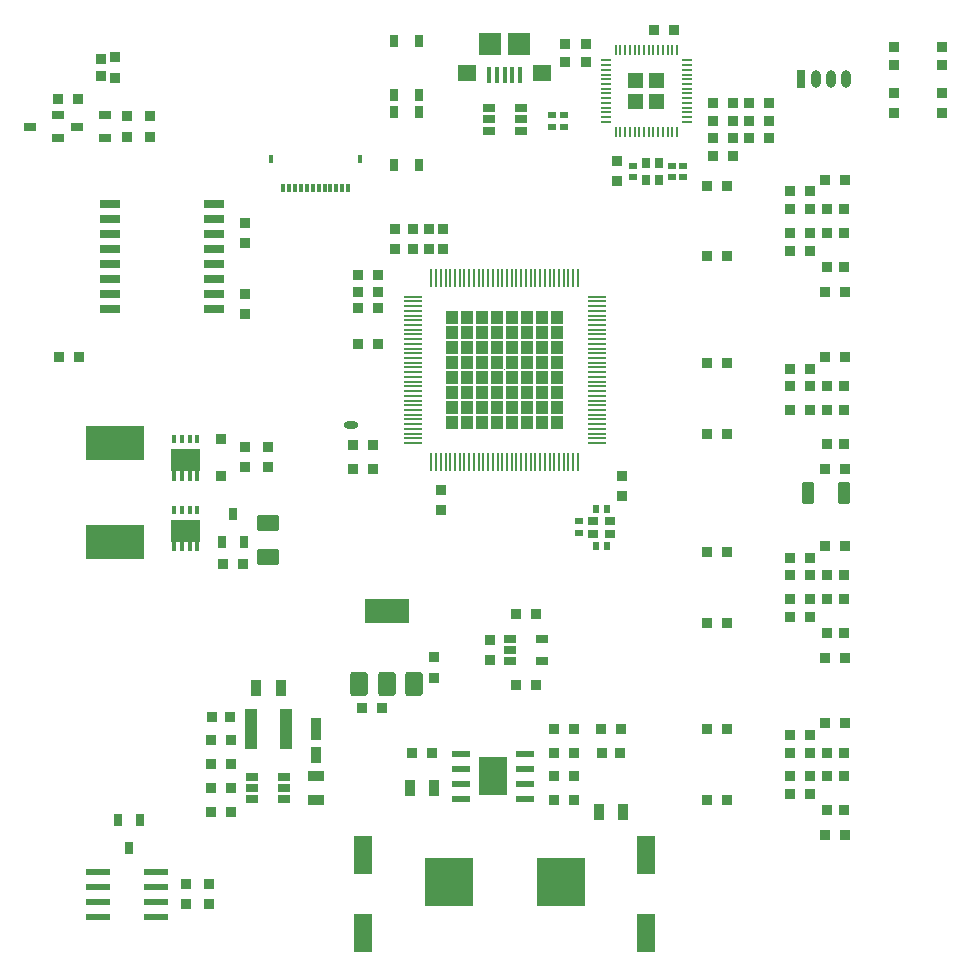
<source format=gtp>
G04*
G04 #@! TF.GenerationSoftware,Altium Limited,Altium Designer,23.4.1 (23)*
G04*
G04 Layer_Color=8421504*
%FSLAX44Y44*%
%MOMM*%
G71*
G04*
G04 #@! TF.SameCoordinates,71779357-5CD3-41FB-92FB-A5B7E85101D3*
G04*
G04*
G04 #@! TF.FilePolarity,Positive*
G04*
G01*
G75*
%ADD52R,5.0000X3.0000*%
%ADD53R,1.7018X0.7620*%
G04:AMPARAMS|DCode=54|XSize=0.9mm|YSize=0.8mm|CornerRadius=0.06mm|HoleSize=0mm|Usage=FLASHONLY|Rotation=90.000|XOffset=0mm|YOffset=0mm|HoleType=Round|Shape=RoundedRectangle|*
%AMROUNDEDRECTD54*
21,1,0.9000,0.6800,0,0,90.0*
21,1,0.7800,0.8000,0,0,90.0*
1,1,0.1200,0.3400,0.3900*
1,1,0.1200,0.3400,-0.3900*
1,1,0.1200,-0.3400,-0.3900*
1,1,0.1200,-0.3400,0.3900*
%
%ADD54ROUNDEDRECTD54*%
G04:AMPARAMS|DCode=55|XSize=0.9mm|YSize=0.8mm|CornerRadius=0.06mm|HoleSize=0mm|Usage=FLASHONLY|Rotation=180.000|XOffset=0mm|YOffset=0mm|HoleType=Round|Shape=RoundedRectangle|*
%AMROUNDEDRECTD55*
21,1,0.9000,0.6800,0,0,180.0*
21,1,0.7800,0.8000,0,0,180.0*
1,1,0.1200,-0.3900,0.3400*
1,1,0.1200,0.3900,0.3400*
1,1,0.1200,0.3900,-0.3400*
1,1,0.1200,-0.3900,-0.3400*
%
%ADD55ROUNDEDRECTD55*%
%ADD56R,0.9500X0.9000*%
%ADD57R,0.4200X0.8128*%
%ADD58R,0.4200X0.8000*%
G04:AMPARAMS|DCode=59|XSize=0.6mm|YSize=1.05mm|CornerRadius=0.045mm|HoleSize=0mm|Usage=FLASHONLY|Rotation=180.000|XOffset=0mm|YOffset=0mm|HoleType=Round|Shape=RoundedRectangle|*
%AMROUNDEDRECTD59*
21,1,0.6000,0.9600,0,0,180.0*
21,1,0.5100,1.0500,0,0,180.0*
1,1,0.0900,-0.2550,0.4800*
1,1,0.0900,0.2550,0.4800*
1,1,0.0900,0.2550,-0.4800*
1,1,0.0900,-0.2550,-0.4800*
%
%ADD59ROUNDEDRECTD59*%
G04:AMPARAMS|DCode=60|XSize=1.34mm|YSize=1.8mm|CornerRadius=0.067mm|HoleSize=0mm|Usage=FLASHONLY|Rotation=90.000|XOffset=0mm|YOffset=0mm|HoleType=Round|Shape=RoundedRectangle|*
%AMROUNDEDRECTD60*
21,1,1.3400,1.6660,0,0,90.0*
21,1,1.2060,1.8000,0,0,90.0*
1,1,0.1340,0.8330,0.6030*
1,1,0.1340,0.8330,-0.6030*
1,1,0.1340,-0.8330,-0.6030*
1,1,0.1340,-0.8330,0.6030*
%
%ADD60ROUNDEDRECTD60*%
G04:AMPARAMS|DCode=61|XSize=1.5mm|YSize=2mm|CornerRadius=0.1875mm|HoleSize=0mm|Usage=FLASHONLY|Rotation=0.000|XOffset=0mm|YOffset=0mm|HoleType=Round|Shape=RoundedRectangle|*
%AMROUNDEDRECTD61*
21,1,1.5000,1.6250,0,0,0.0*
21,1,1.1250,2.0000,0,0,0.0*
1,1,0.3750,0.5625,-0.8125*
1,1,0.3750,-0.5625,-0.8125*
1,1,0.3750,-0.5625,0.8125*
1,1,0.3750,0.5625,0.8125*
%
%ADD61ROUNDEDRECTD61*%
G04:AMPARAMS|DCode=62|XSize=3.8mm|YSize=2mm|CornerRadius=0.05mm|HoleSize=0mm|Usage=FLASHONLY|Rotation=0.000|XOffset=0mm|YOffset=0mm|HoleType=Round|Shape=RoundedRectangle|*
%AMROUNDEDRECTD62*
21,1,3.8000,1.9000,0,0,0.0*
21,1,3.7000,2.0000,0,0,0.0*
1,1,0.1000,1.8500,-0.9500*
1,1,0.1000,-1.8500,-0.9500*
1,1,0.1000,-1.8500,0.9500*
1,1,0.1000,1.8500,0.9500*
%
%ADD62ROUNDEDRECTD62*%
G04:AMPARAMS|DCode=63|XSize=0.6mm|YSize=1.1mm|CornerRadius=0.045mm|HoleSize=0mm|Usage=FLASHONLY|Rotation=90.000|XOffset=0mm|YOffset=0mm|HoleType=Round|Shape=RoundedRectangle|*
%AMROUNDEDRECTD63*
21,1,0.6000,1.0100,0,0,90.0*
21,1,0.5100,1.1000,0,0,90.0*
1,1,0.0900,0.5050,0.2550*
1,1,0.0900,0.5050,-0.2550*
1,1,0.0900,-0.5050,-0.2550*
1,1,0.0900,-0.5050,0.2550*
%
%ADD63ROUNDEDRECTD63*%
G04:AMPARAMS|DCode=64|XSize=0.9mm|YSize=1.4mm|CornerRadius=0.0675mm|HoleSize=0mm|Usage=FLASHONLY|Rotation=0.000|XOffset=0mm|YOffset=0mm|HoleType=Round|Shape=RoundedRectangle|*
%AMROUNDEDRECTD64*
21,1,0.9000,1.2650,0,0,0.0*
21,1,0.7650,1.4000,0,0,0.0*
1,1,0.1350,0.3825,-0.6325*
1,1,0.1350,-0.3825,-0.6325*
1,1,0.1350,-0.3825,0.6325*
1,1,0.1350,0.3825,0.6325*
%
%ADD64ROUNDEDRECTD64*%
G04:AMPARAMS|DCode=65|XSize=0.5mm|YSize=0.6mm|CornerRadius=0.0375mm|HoleSize=0mm|Usage=FLASHONLY|Rotation=180.000|XOffset=0mm|YOffset=0mm|HoleType=Round|Shape=RoundedRectangle|*
%AMROUNDEDRECTD65*
21,1,0.5000,0.5250,0,0,180.0*
21,1,0.4250,0.6000,0,0,180.0*
1,1,0.0750,-0.2125,0.2625*
1,1,0.0750,0.2125,0.2625*
1,1,0.0750,0.2125,-0.2625*
1,1,0.0750,-0.2125,-0.2625*
%
%ADD65ROUNDEDRECTD65*%
G04:AMPARAMS|DCode=66|XSize=0.5mm|YSize=0.6mm|CornerRadius=0.0375mm|HoleSize=0mm|Usage=FLASHONLY|Rotation=270.000|XOffset=0mm|YOffset=0mm|HoleType=Round|Shape=RoundedRectangle|*
%AMROUNDEDRECTD66*
21,1,0.5000,0.5250,0,0,270.0*
21,1,0.4250,0.6000,0,0,270.0*
1,1,0.0750,-0.2625,-0.2125*
1,1,0.0750,-0.2625,0.2125*
1,1,0.0750,0.2625,0.2125*
1,1,0.0750,0.2625,-0.2125*
%
%ADD66ROUNDEDRECTD66*%
%ADD67R,0.9000X0.8000*%
G04:AMPARAMS|DCode=68|XSize=0.22mm|YSize=0.81mm|CornerRadius=0.0275mm|HoleSize=0mm|Usage=FLASHONLY|Rotation=180.000|XOffset=0mm|YOffset=0mm|HoleType=Round|Shape=RoundedRectangle|*
%AMROUNDEDRECTD68*
21,1,0.2200,0.7550,0,0,180.0*
21,1,0.1650,0.8100,0,0,180.0*
1,1,0.0550,-0.0825,0.3775*
1,1,0.0550,0.0825,0.3775*
1,1,0.0550,0.0825,-0.3775*
1,1,0.0550,-0.0825,-0.3775*
%
%ADD68ROUNDEDRECTD68*%
G04:AMPARAMS|DCode=69|XSize=0.81mm|YSize=0.22mm|CornerRadius=0.0275mm|HoleSize=0mm|Usage=FLASHONLY|Rotation=180.000|XOffset=0mm|YOffset=0mm|HoleType=Round|Shape=RoundedRectangle|*
%AMROUNDEDRECTD69*
21,1,0.8100,0.1650,0,0,180.0*
21,1,0.7550,0.2200,0,0,180.0*
1,1,0.0550,-0.3775,0.0825*
1,1,0.0550,0.3775,0.0825*
1,1,0.0550,0.3775,-0.0825*
1,1,0.0550,-0.3775,-0.0825*
%
%ADD69ROUNDEDRECTD69*%
%ADD70R,0.8000X0.9000*%
G04:AMPARAMS|DCode=71|XSize=1mm|YSize=1.8mm|CornerRadius=0.05mm|HoleSize=0mm|Usage=FLASHONLY|Rotation=180.000|XOffset=0mm|YOffset=0mm|HoleType=Round|Shape=RoundedRectangle|*
%AMROUNDEDRECTD71*
21,1,1.0000,1.7000,0,0,180.0*
21,1,0.9000,1.8000,0,0,180.0*
1,1,0.1000,-0.4500,0.8500*
1,1,0.1000,0.4500,0.8500*
1,1,0.1000,0.4500,-0.8500*
1,1,0.1000,-0.4500,-0.8500*
%
%ADD71ROUNDEDRECTD71*%
G04:AMPARAMS|DCode=72|XSize=0.6mm|YSize=1.05mm|CornerRadius=0.045mm|HoleSize=0mm|Usage=FLASHONLY|Rotation=270.000|XOffset=0mm|YOffset=0mm|HoleType=Round|Shape=RoundedRectangle|*
%AMROUNDEDRECTD72*
21,1,0.6000,0.9600,0,0,270.0*
21,1,0.5100,1.0500,0,0,270.0*
1,1,0.0900,-0.4800,-0.2550*
1,1,0.0900,-0.4800,0.2550*
1,1,0.0900,0.4800,0.2550*
1,1,0.0900,0.4800,-0.2550*
%
%ADD72ROUNDEDRECTD72*%
%ADD73R,0.7112X0.9906*%
G04:AMPARAMS|DCode=74|XSize=0.8mm|YSize=0.9mm|CornerRadius=0.06mm|HoleSize=0mm|Usage=FLASHONLY|Rotation=270.000|XOffset=0mm|YOffset=0mm|HoleType=Round|Shape=RoundedRectangle|*
%AMROUNDEDRECTD74*
21,1,0.8000,0.7800,0,0,270.0*
21,1,0.6800,0.9000,0,0,270.0*
1,1,0.1200,-0.3900,-0.3400*
1,1,0.1200,-0.3900,0.3400*
1,1,0.1200,0.3900,0.3400*
1,1,0.1200,0.3900,-0.3400*
%
%ADD74ROUNDEDRECTD74*%
G04:AMPARAMS|DCode=75|XSize=0.8mm|YSize=0.9mm|CornerRadius=0.06mm|HoleSize=0mm|Usage=FLASHONLY|Rotation=0.000|XOffset=0mm|YOffset=0mm|HoleType=Round|Shape=RoundedRectangle|*
%AMROUNDEDRECTD75*
21,1,0.8000,0.7800,0,0,0.0*
21,1,0.6800,0.9000,0,0,0.0*
1,1,0.1200,0.3400,-0.3900*
1,1,0.1200,-0.3400,-0.3900*
1,1,0.1200,-0.3400,0.3900*
1,1,0.1200,0.3400,0.3900*
%
%ADD75ROUNDEDRECTD75*%
%ADD76R,0.4000X1.3500*%
%ADD77R,1.6000X1.4000*%
%ADD78R,1.9000X1.9000*%
%ADD79O,1.2000X0.6000*%
%ADD80R,0.3000X0.8000*%
%ADD81R,0.4000X0.8000*%
%ADD82R,0.0254X0.0254*%
%ADD83R,0.2286X1.5621*%
%ADD84R,1.5621X0.2286*%
%ADD85R,1.1000X3.4000*%
%ADD86R,0.8128X1.3208*%
%ADD87R,0.9398X1.8542*%
G04:AMPARAMS|DCode=88|XSize=0.9mm|YSize=1.4mm|CornerRadius=0.0675mm|HoleSize=0mm|Usage=FLASHONLY|Rotation=270.000|XOffset=0mm|YOffset=0mm|HoleType=Round|Shape=RoundedRectangle|*
%AMROUNDEDRECTD88*
21,1,0.9000,1.2650,0,0,270.0*
21,1,0.7650,1.4000,0,0,270.0*
1,1,0.1350,-0.6325,-0.3825*
1,1,0.1350,-0.6325,0.3825*
1,1,0.1350,0.6325,0.3825*
1,1,0.1350,0.6325,-0.3825*
%
%ADD88ROUNDEDRECTD88*%
G04:AMPARAMS|DCode=89|XSize=0.5334mm|YSize=1.9812mm|CornerRadius=0.0667mm|HoleSize=0mm|Usage=FLASHONLY|Rotation=90.000|XOffset=0mm|YOffset=0mm|HoleType=Round|Shape=RoundedRectangle|*
%AMROUNDEDRECTD89*
21,1,0.5334,1.8479,0,0,90.0*
21,1,0.4001,1.9812,0,0,90.0*
1,1,0.1333,0.9239,0.2000*
1,1,0.1333,0.9239,-0.2000*
1,1,0.1333,-0.9239,-0.2000*
1,1,0.1333,-0.9239,0.2000*
%
%ADD89ROUNDEDRECTD89*%
G04:AMPARAMS|DCode=90|XSize=0.5334mm|YSize=1.5mm|CornerRadius=0.0667mm|HoleSize=0mm|Usage=FLASHONLY|Rotation=90.000|XOffset=0mm|YOffset=0mm|HoleType=Round|Shape=RoundedRectangle|*
%AMROUNDEDRECTD90*
21,1,0.5334,1.3667,0,0,90.0*
21,1,0.4001,1.5000,0,0,90.0*
1,1,0.1333,0.6833,0.2000*
1,1,0.1333,0.6833,-0.2000*
1,1,0.1333,-0.6833,-0.2000*
1,1,0.1333,-0.6833,0.2000*
%
%ADD90ROUNDEDRECTD90*%
%ADD91R,2.4000X3.2000*%
%ADD92R,4.1000X4.1000*%
%ADD93R,1.4986X3.3020*%
%ADD94R,0.8000X1.5000*%
%ADD95O,0.8000X1.5000*%
G36*
X635150Y742450D02*
X622450D01*
Y755150D01*
X635150D01*
Y742450D01*
D02*
G37*
G36*
X617550D02*
X604850D01*
Y755150D01*
X617550D01*
Y742450D01*
D02*
G37*
G36*
X635150Y724850D02*
X622450D01*
Y737550D01*
X635150D01*
Y724850D01*
D02*
G37*
G36*
X617550D02*
X604850D01*
Y737550D01*
X617550D01*
Y724850D01*
D02*
G37*
G36*
X549800Y543100D02*
X539100D01*
Y553800D01*
X549800D01*
Y543100D01*
D02*
G37*
G36*
X537100D02*
X526400D01*
Y553800D01*
X537100D01*
Y543100D01*
D02*
G37*
G36*
X524400D02*
X513700D01*
Y553800D01*
X524400D01*
Y543100D01*
D02*
G37*
G36*
X511700D02*
X501000D01*
Y553800D01*
X511700D01*
Y543100D01*
D02*
G37*
G36*
X499000D02*
X488300D01*
Y553800D01*
X499000D01*
Y543100D01*
D02*
G37*
G36*
X486300D02*
X475600D01*
Y553800D01*
X486300D01*
Y543100D01*
D02*
G37*
G36*
X473600D02*
X462900D01*
Y553800D01*
X473600D01*
Y543100D01*
D02*
G37*
G36*
X460900D02*
X450200D01*
Y553800D01*
X460900D01*
Y543100D01*
D02*
G37*
G36*
X549800Y530400D02*
X539100D01*
Y541100D01*
X549800D01*
Y530400D01*
D02*
G37*
G36*
X537100D02*
X526400D01*
Y541100D01*
X537100D01*
Y530400D01*
D02*
G37*
G36*
X524400D02*
X513700D01*
Y541100D01*
X524400D01*
Y530400D01*
D02*
G37*
G36*
X511700D02*
X501000D01*
Y541100D01*
X511700D01*
Y530400D01*
D02*
G37*
G36*
X499000D02*
X488300D01*
Y541100D01*
X499000D01*
Y530400D01*
D02*
G37*
G36*
X486300D02*
X475600D01*
Y541100D01*
X486300D01*
Y530400D01*
D02*
G37*
G36*
X473600D02*
X462900D01*
Y541100D01*
X473600D01*
Y530400D01*
D02*
G37*
G36*
X460900D02*
X450200D01*
Y541100D01*
X460900D01*
Y530400D01*
D02*
G37*
G36*
X549800Y517700D02*
X539100D01*
Y528400D01*
X549800D01*
Y517700D01*
D02*
G37*
G36*
X537100D02*
X526400D01*
Y528400D01*
X537100D01*
Y517700D01*
D02*
G37*
G36*
X524400D02*
X513700D01*
Y528400D01*
X524400D01*
Y517700D01*
D02*
G37*
G36*
X511700D02*
X501000D01*
Y528400D01*
X511700D01*
Y517700D01*
D02*
G37*
G36*
X499000D02*
X488300D01*
Y528400D01*
X499000D01*
Y517700D01*
D02*
G37*
G36*
X486300D02*
X475600D01*
Y528400D01*
X486300D01*
Y517700D01*
D02*
G37*
G36*
X473600D02*
X462900D01*
Y528400D01*
X473600D01*
Y517700D01*
D02*
G37*
G36*
X460900D02*
X450200D01*
Y528400D01*
X460900D01*
Y517700D01*
D02*
G37*
G36*
X549800Y505000D02*
X539100D01*
Y515700D01*
X549800D01*
Y505000D01*
D02*
G37*
G36*
X537100D02*
X526400D01*
Y515700D01*
X537100D01*
Y505000D01*
D02*
G37*
G36*
X524400D02*
X513700D01*
Y515700D01*
X524400D01*
Y505000D01*
D02*
G37*
G36*
X511700D02*
X501000D01*
Y515700D01*
X511700D01*
Y505000D01*
D02*
G37*
G36*
X499000D02*
X488300D01*
Y515700D01*
X499000D01*
Y505000D01*
D02*
G37*
G36*
X486300D02*
X475600D01*
Y515700D01*
X486300D01*
Y505000D01*
D02*
G37*
G36*
X473600D02*
X462900D01*
Y515700D01*
X473600D01*
Y505000D01*
D02*
G37*
G36*
X460900D02*
X450200D01*
Y515700D01*
X460900D01*
Y505000D01*
D02*
G37*
G36*
X549800Y492300D02*
X539100D01*
Y503000D01*
X549800D01*
Y492300D01*
D02*
G37*
G36*
X537100D02*
X526400D01*
Y503000D01*
X537100D01*
Y492300D01*
D02*
G37*
G36*
X524400D02*
X513700D01*
Y503000D01*
X524400D01*
Y492300D01*
D02*
G37*
G36*
X511700D02*
X501000D01*
Y503000D01*
X511700D01*
Y492300D01*
D02*
G37*
G36*
X499000D02*
X488300D01*
Y503000D01*
X499000D01*
Y492300D01*
D02*
G37*
G36*
X486300D02*
X475600D01*
Y503000D01*
X486300D01*
Y492300D01*
D02*
G37*
G36*
X473600D02*
X462900D01*
Y503000D01*
X473600D01*
Y492300D01*
D02*
G37*
G36*
X460900D02*
X450200D01*
Y503000D01*
X460900D01*
Y492300D01*
D02*
G37*
G36*
X549800Y479600D02*
X539100D01*
Y490300D01*
X549800D01*
Y479600D01*
D02*
G37*
G36*
X537100D02*
X526400D01*
Y490300D01*
X537100D01*
Y479600D01*
D02*
G37*
G36*
X524400D02*
X513700D01*
Y490300D01*
X524400D01*
Y479600D01*
D02*
G37*
G36*
X511700D02*
X501000D01*
Y490300D01*
X511700D01*
Y479600D01*
D02*
G37*
G36*
X499000D02*
X488300D01*
Y490300D01*
X499000D01*
Y479600D01*
D02*
G37*
G36*
X486300D02*
X475600D01*
Y490300D01*
X486300D01*
Y479600D01*
D02*
G37*
G36*
X473600D02*
X462900D01*
Y490300D01*
X473600D01*
Y479600D01*
D02*
G37*
G36*
X460900D02*
X450200D01*
Y490300D01*
X460900D01*
Y479600D01*
D02*
G37*
G36*
X549800Y466900D02*
X539100D01*
Y477600D01*
X549800D01*
Y466900D01*
D02*
G37*
G36*
X537100D02*
X526400D01*
Y477600D01*
X537100D01*
Y466900D01*
D02*
G37*
G36*
X524400D02*
X513700D01*
Y477600D01*
X524400D01*
Y466900D01*
D02*
G37*
G36*
X511700D02*
X501000D01*
Y477600D01*
X511700D01*
Y466900D01*
D02*
G37*
G36*
X499000D02*
X488300D01*
Y477600D01*
X499000D01*
Y466900D01*
D02*
G37*
G36*
X486300D02*
X475600D01*
Y477600D01*
X486300D01*
Y466900D01*
D02*
G37*
G36*
X473600D02*
X462900D01*
Y477600D01*
X473600D01*
Y466900D01*
D02*
G37*
G36*
X460900D02*
X450200D01*
Y477600D01*
X460900D01*
Y466900D01*
D02*
G37*
G36*
X549800Y454200D02*
X539100D01*
Y464900D01*
X549800D01*
Y454200D01*
D02*
G37*
G36*
X537100D02*
X526400D01*
Y464900D01*
X537100D01*
Y454200D01*
D02*
G37*
G36*
X524400D02*
X513700D01*
Y464900D01*
X524400D01*
Y454200D01*
D02*
G37*
G36*
X511700D02*
X501000D01*
Y464900D01*
X511700D01*
Y454200D01*
D02*
G37*
G36*
X499000D02*
X488300D01*
Y464900D01*
X499000D01*
Y454200D01*
D02*
G37*
G36*
X486300D02*
X475600D01*
Y464900D01*
X486300D01*
Y454200D01*
D02*
G37*
G36*
X473600D02*
X462900D01*
Y464900D01*
X473600D01*
Y454200D01*
D02*
G37*
G36*
X460900D02*
X450200D01*
Y464900D01*
X460900D01*
Y454200D01*
D02*
G37*
G36*
X242192Y418570D02*
X217808D01*
Y436858D01*
X242192D01*
Y418570D01*
D02*
G37*
G36*
Y358570D02*
X217808D01*
Y376858D01*
X242192D01*
Y358570D01*
D02*
G37*
D52*
X170000Y442000D02*
D03*
Y358000D02*
D03*
D53*
X165931Y555550D02*
D03*
Y568250D02*
D03*
Y580950D02*
D03*
Y593650D02*
D03*
Y606350D02*
D03*
Y619050D02*
D03*
Y631750D02*
D03*
Y644450D02*
D03*
X254069D02*
D03*
Y631750D02*
D03*
Y619050D02*
D03*
Y606350D02*
D03*
Y593650D02*
D03*
Y580950D02*
D03*
Y568250D02*
D03*
Y555550D02*
D03*
D54*
X280000Y628500D02*
D03*
Y611500D02*
D03*
Y568500D02*
D03*
Y551500D02*
D03*
X300000Y438500D02*
D03*
Y421500D02*
D03*
X280000Y421500D02*
D03*
Y438500D02*
D03*
X487999Y258502D02*
D03*
Y275502D02*
D03*
X599000Y397500D02*
D03*
Y414500D02*
D03*
X446000Y402500D02*
D03*
Y385500D02*
D03*
X448000Y606500D02*
D03*
Y623500D02*
D03*
X436000Y606500D02*
D03*
Y623500D02*
D03*
X595000Y680500D02*
D03*
Y663500D02*
D03*
X870000Y738500D02*
D03*
Y721500D02*
D03*
X830000Y738500D02*
D03*
Y721500D02*
D03*
X170000Y751500D02*
D03*
Y768500D02*
D03*
X440000Y243500D02*
D03*
Y260500D02*
D03*
X230000Y51500D02*
D03*
Y68500D02*
D03*
X250000Y51500D02*
D03*
Y68500D02*
D03*
X422000Y623500D02*
D03*
Y606500D02*
D03*
X407000Y623500D02*
D03*
Y606500D02*
D03*
X200000Y718500D02*
D03*
Y701500D02*
D03*
X180000Y701500D02*
D03*
Y718500D02*
D03*
D55*
X139500Y515000D02*
D03*
X122500D02*
D03*
X261500Y340000D02*
D03*
X278500D02*
D03*
X509499Y297002D02*
D03*
X526499D02*
D03*
X379500Y218000D02*
D03*
X396500D02*
D03*
X438500Y180000D02*
D03*
X421500D02*
D03*
X558500Y200000D02*
D03*
X541500D02*
D03*
X558500Y180000D02*
D03*
X541500D02*
D03*
Y160000D02*
D03*
X558500D02*
D03*
X541500Y140000D02*
D03*
X558500D02*
D03*
X392500Y526000D02*
D03*
X375500D02*
D03*
X392500Y556000D02*
D03*
X375500D02*
D03*
Y570000D02*
D03*
X392500D02*
D03*
X568500Y780000D02*
D03*
X551500D02*
D03*
X568500Y765000D02*
D03*
X551500D02*
D03*
X693500Y730000D02*
D03*
X676500D02*
D03*
X676500Y700000D02*
D03*
X693500D02*
D03*
X676500Y715000D02*
D03*
X693500D02*
D03*
X706500Y730000D02*
D03*
X723500D02*
D03*
X706500Y715000D02*
D03*
X723500D02*
D03*
X706500Y700000D02*
D03*
X723500D02*
D03*
X676500Y685000D02*
D03*
X693500D02*
D03*
X671500Y510000D02*
D03*
X688500D02*
D03*
Y450000D02*
D03*
X671500D02*
D03*
X688500Y350000D02*
D03*
X671500D02*
D03*
X688500Y290000D02*
D03*
X671500D02*
D03*
X688500Y200000D02*
D03*
X671500D02*
D03*
X688500Y140000D02*
D03*
X671500D02*
D03*
X741500Y295000D02*
D03*
X758500D02*
D03*
X741500Y345000D02*
D03*
X758500D02*
D03*
X741500Y505000D02*
D03*
X758500D02*
D03*
X688500Y660000D02*
D03*
X671500D02*
D03*
Y600000D02*
D03*
X688500D02*
D03*
X741500Y605000D02*
D03*
X758500D02*
D03*
X741500Y655000D02*
D03*
X758500D02*
D03*
X626500Y792000D02*
D03*
X643500D02*
D03*
X138500Y733000D02*
D03*
X121500D02*
D03*
X598500Y200000D02*
D03*
X581500D02*
D03*
X388500Y420000D02*
D03*
X371500D02*
D03*
X388500Y440000D02*
D03*
X371500D02*
D03*
X788500Y205000D02*
D03*
X771500D02*
D03*
X788500Y110000D02*
D03*
X771500D02*
D03*
X758500Y180000D02*
D03*
X741500D02*
D03*
X758500Y160000D02*
D03*
X741500D02*
D03*
X758500Y310000D02*
D03*
X741500D02*
D03*
X758500Y330000D02*
D03*
X741500D02*
D03*
X788500Y260000D02*
D03*
X771500D02*
D03*
X788500Y355000D02*
D03*
X771500D02*
D03*
X758500Y490000D02*
D03*
X741500D02*
D03*
X758500Y470000D02*
D03*
X741500D02*
D03*
X788500Y420000D02*
D03*
X771500D02*
D03*
X788500Y515000D02*
D03*
X771500D02*
D03*
X758500Y640000D02*
D03*
X741500D02*
D03*
X758500Y620000D02*
D03*
X741500D02*
D03*
X788500Y665000D02*
D03*
X771500D02*
D03*
X788500Y570000D02*
D03*
X771500D02*
D03*
X251500Y150000D02*
D03*
X268500D02*
D03*
X251500Y130000D02*
D03*
X268500D02*
D03*
X268500Y190554D02*
D03*
X251500D02*
D03*
Y170000D02*
D03*
X268500D02*
D03*
X375500Y584000D02*
D03*
X392500D02*
D03*
X509500Y237000D02*
D03*
X526500D02*
D03*
X758500Y195000D02*
D03*
X741500D02*
D03*
X758500Y145000D02*
D03*
X741500D02*
D03*
D56*
X260000Y445750D02*
D03*
Y414250D02*
D03*
D57*
X239750Y414506D02*
D03*
X233250D02*
D03*
X226750D02*
D03*
X220250D02*
D03*
X239750Y354506D02*
D03*
X233250D02*
D03*
X226750D02*
D03*
X220250D02*
D03*
D58*
Y445494D02*
D03*
X226750D02*
D03*
X233250D02*
D03*
X239750D02*
D03*
X220250Y385494D02*
D03*
X226750D02*
D03*
X233250D02*
D03*
X239750D02*
D03*
D59*
X270000Y381850D02*
D03*
X279500Y358150D02*
D03*
X260500D02*
D03*
X191500Y122850D02*
D03*
X172500D02*
D03*
X182000Y99150D02*
D03*
D60*
X300000Y345700D02*
D03*
Y374300D02*
D03*
D61*
X423000Y238000D02*
D03*
X377000D02*
D03*
X400000D02*
D03*
D62*
Y300000D02*
D03*
D63*
X531500Y276500D02*
D03*
Y257500D02*
D03*
X504500D02*
D03*
Y267000D02*
D03*
Y276500D02*
D03*
X313500Y159500D02*
D03*
Y150000D02*
D03*
Y140500D02*
D03*
X286500D02*
D03*
Y150000D02*
D03*
Y159500D02*
D03*
X513500Y725500D02*
D03*
Y716000D02*
D03*
Y706500D02*
D03*
X486500D02*
D03*
Y716000D02*
D03*
Y725500D02*
D03*
D64*
X440500Y150000D02*
D03*
X419500D02*
D03*
X600500Y130000D02*
D03*
X579500D02*
D03*
X289500Y234554D02*
D03*
X310500D02*
D03*
D65*
X587000Y355000D02*
D03*
X577000D02*
D03*
Y386000D02*
D03*
X587000D02*
D03*
D66*
X563000Y366000D02*
D03*
Y376000D02*
D03*
X609000Y667000D02*
D03*
Y677000D02*
D03*
X642000D02*
D03*
Y667000D02*
D03*
X651000Y677000D02*
D03*
Y667000D02*
D03*
X540000Y710000D02*
D03*
Y720000D02*
D03*
X550000Y710000D02*
D03*
Y720000D02*
D03*
D67*
X575000Y376000D02*
D03*
X589000D02*
D03*
X575000Y365000D02*
D03*
X589000D02*
D03*
D68*
X646000Y774450D02*
D03*
X642000D02*
D03*
X638000D02*
D03*
X634000D02*
D03*
X630000D02*
D03*
X626000D02*
D03*
X622000D02*
D03*
X618000D02*
D03*
X614000D02*
D03*
X610000D02*
D03*
X606000D02*
D03*
X602000D02*
D03*
X598000D02*
D03*
X594000D02*
D03*
Y705550D02*
D03*
X598000D02*
D03*
X602000D02*
D03*
X606000D02*
D03*
X610000D02*
D03*
X614000D02*
D03*
X618000D02*
D03*
X622000D02*
D03*
X626000D02*
D03*
X630000D02*
D03*
X634000D02*
D03*
X638000D02*
D03*
X642000D02*
D03*
X646000D02*
D03*
D69*
X654450Y714000D02*
D03*
Y718000D02*
D03*
Y722000D02*
D03*
Y726000D02*
D03*
Y730000D02*
D03*
Y734000D02*
D03*
Y738000D02*
D03*
Y742000D02*
D03*
Y746000D02*
D03*
Y750000D02*
D03*
Y754000D02*
D03*
Y758000D02*
D03*
Y762000D02*
D03*
Y766000D02*
D03*
X585550D02*
D03*
Y762000D02*
D03*
Y758000D02*
D03*
Y754000D02*
D03*
Y750000D02*
D03*
Y746000D02*
D03*
Y742000D02*
D03*
Y738000D02*
D03*
Y734000D02*
D03*
Y730000D02*
D03*
Y726000D02*
D03*
Y722000D02*
D03*
Y718000D02*
D03*
Y714000D02*
D03*
D70*
X620000Y665000D02*
D03*
Y679000D02*
D03*
X631000Y665000D02*
D03*
Y679000D02*
D03*
D71*
X787000Y400000D02*
D03*
X757000D02*
D03*
D72*
X138150Y710000D02*
D03*
X161850Y719500D02*
D03*
Y700500D02*
D03*
X98150Y710000D02*
D03*
X121850Y719500D02*
D03*
Y700500D02*
D03*
D73*
X427750Y722500D02*
D03*
Y677500D02*
D03*
X406250Y722500D02*
D03*
Y677500D02*
D03*
X406000Y737000D02*
D03*
Y782000D02*
D03*
X427500Y737000D02*
D03*
Y782000D02*
D03*
D74*
X158000Y752500D02*
D03*
Y767500D02*
D03*
X830000Y777500D02*
D03*
Y762500D02*
D03*
X870000Y777500D02*
D03*
Y762500D02*
D03*
D75*
X787500Y591000D02*
D03*
X772500D02*
D03*
X787500Y131000D02*
D03*
X772500D02*
D03*
X597500Y180000D02*
D03*
X582500D02*
D03*
X787500Y640000D02*
D03*
X772500D02*
D03*
Y160000D02*
D03*
X787500D02*
D03*
X772500Y180000D02*
D03*
X787500D02*
D03*
X252500Y210000D02*
D03*
X267500D02*
D03*
X787500Y310000D02*
D03*
X772500D02*
D03*
X787500Y330000D02*
D03*
X772500D02*
D03*
X787500Y620000D02*
D03*
X772500D02*
D03*
X787500Y470000D02*
D03*
X772500D02*
D03*
X787500Y490000D02*
D03*
X772500D02*
D03*
Y281000D02*
D03*
X787500D02*
D03*
X772500Y441000D02*
D03*
X787500D02*
D03*
D76*
X513000Y753250D02*
D03*
X506500D02*
D03*
X500000D02*
D03*
X493500D02*
D03*
X487000D02*
D03*
D77*
X532000Y755500D02*
D03*
X468000D02*
D03*
D78*
X512000Y780000D02*
D03*
X488000D02*
D03*
D79*
X370000Y457000D02*
D03*
D80*
X367500Y657800D02*
D03*
X362500D02*
D03*
X357500D02*
D03*
X352500D02*
D03*
X347500D02*
D03*
X342500D02*
D03*
X337500D02*
D03*
X332500D02*
D03*
X327500D02*
D03*
X322500D02*
D03*
X317500D02*
D03*
X312500D02*
D03*
D81*
X377500Y682800D02*
D03*
X302500D02*
D03*
D82*
X500000Y504000D02*
D03*
D83*
X562000Y426213D02*
D03*
X558000D02*
D03*
X554000D02*
D03*
X550000D02*
D03*
X546000D02*
D03*
X542000D02*
D03*
X538000D02*
D03*
X534000D02*
D03*
X530000D02*
D03*
X526000D02*
D03*
X522000D02*
D03*
X518000D02*
D03*
X514000D02*
D03*
X510000D02*
D03*
X506000D02*
D03*
X502000D02*
D03*
X498000D02*
D03*
X494000D02*
D03*
X490000D02*
D03*
X486000D02*
D03*
X482000D02*
D03*
X478000D02*
D03*
X474000D02*
D03*
X470000D02*
D03*
X466000D02*
D03*
X462000D02*
D03*
X458000D02*
D03*
X454000D02*
D03*
X450000D02*
D03*
X446000D02*
D03*
X442000D02*
D03*
X438000D02*
D03*
Y581787D02*
D03*
X442000D02*
D03*
X446000D02*
D03*
X450000D02*
D03*
X454000D02*
D03*
X458000D02*
D03*
X462000D02*
D03*
X466000D02*
D03*
X470000D02*
D03*
X474000D02*
D03*
X478000D02*
D03*
X482000D02*
D03*
X486000D02*
D03*
X490000D02*
D03*
X494000D02*
D03*
X498000D02*
D03*
X502000D02*
D03*
X506000D02*
D03*
X510000D02*
D03*
X514000D02*
D03*
X518000D02*
D03*
X522000D02*
D03*
X526000D02*
D03*
X530000D02*
D03*
X534000D02*
D03*
X538000D02*
D03*
X542000D02*
D03*
X546000D02*
D03*
X550000D02*
D03*
X554000D02*
D03*
X558000D02*
D03*
X562000D02*
D03*
D84*
X422212Y442000D02*
D03*
Y446000D02*
D03*
Y450000D02*
D03*
Y454000D02*
D03*
Y458000D02*
D03*
Y462000D02*
D03*
Y466000D02*
D03*
Y470000D02*
D03*
Y474000D02*
D03*
Y478000D02*
D03*
Y482000D02*
D03*
Y486000D02*
D03*
Y490000D02*
D03*
Y494000D02*
D03*
Y498000D02*
D03*
Y502000D02*
D03*
Y506000D02*
D03*
Y510000D02*
D03*
Y514000D02*
D03*
Y518000D02*
D03*
Y522000D02*
D03*
Y526000D02*
D03*
Y530000D02*
D03*
Y534000D02*
D03*
Y538000D02*
D03*
Y542000D02*
D03*
Y546000D02*
D03*
Y550000D02*
D03*
Y554000D02*
D03*
Y558000D02*
D03*
Y562000D02*
D03*
Y566000D02*
D03*
X577788D02*
D03*
Y562000D02*
D03*
Y558000D02*
D03*
Y554000D02*
D03*
Y550000D02*
D03*
Y546000D02*
D03*
Y542000D02*
D03*
Y538000D02*
D03*
Y534000D02*
D03*
Y530000D02*
D03*
Y526000D02*
D03*
Y522000D02*
D03*
Y518000D02*
D03*
Y514000D02*
D03*
Y510000D02*
D03*
Y506000D02*
D03*
Y502000D02*
D03*
Y498000D02*
D03*
Y494000D02*
D03*
Y490000D02*
D03*
Y486000D02*
D03*
Y482000D02*
D03*
Y478000D02*
D03*
Y474000D02*
D03*
Y470000D02*
D03*
Y466000D02*
D03*
Y462000D02*
D03*
Y458000D02*
D03*
Y454000D02*
D03*
Y450000D02*
D03*
Y446000D02*
D03*
Y442000D02*
D03*
D85*
X315000Y200000D02*
D03*
X285000D02*
D03*
D86*
X340000Y177554D02*
D03*
D87*
Y199779D02*
D03*
D88*
X340000Y160500D02*
D03*
Y139500D02*
D03*
D89*
X204637Y53651D02*
D03*
Y66351D02*
D03*
Y79051D02*
D03*
Y40951D02*
D03*
X155361D02*
D03*
Y53651D02*
D03*
Y66351D02*
D03*
Y79051D02*
D03*
D90*
X517000Y153651D02*
D03*
Y166351D02*
D03*
Y179051D02*
D03*
Y140951D02*
D03*
X463000D02*
D03*
Y153651D02*
D03*
Y166351D02*
D03*
Y179051D02*
D03*
D91*
X490000Y160000D02*
D03*
D92*
X547500Y70000D02*
D03*
X452500D02*
D03*
D93*
X380000Y93020D02*
D03*
Y26980D02*
D03*
X620000Y93020D02*
D03*
Y26980D02*
D03*
D94*
X750950Y750000D02*
D03*
D95*
X763650Y750000D02*
D03*
X776350D02*
D03*
X789050D02*
D03*
M02*

</source>
